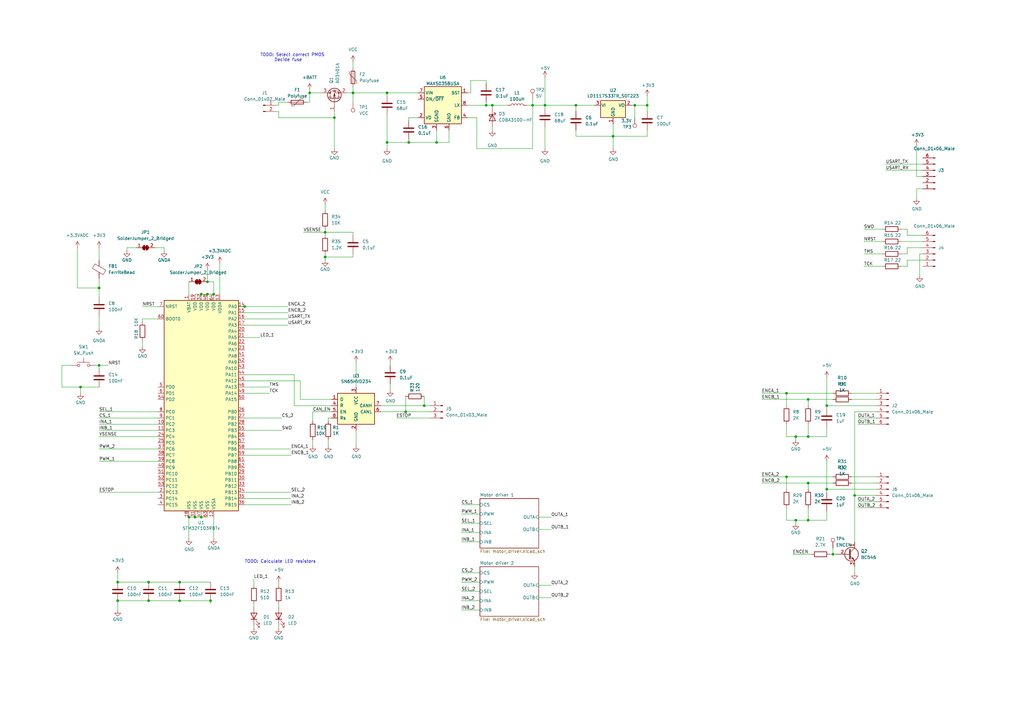
<source format=kicad_sch>
(kicad_sch (version 20211123) (generator eeschema)
  (paper "A3")
  (title_block (title "CANDrive") (rev "R1") (company "Dahlberg Technology"))
  (junction (at 85.09 115.57))
  (junction (at 144.78 38.1))
  (junction (at 80.01 212.09))
  (junction (at 48.26 238.76))
  (junction (at 331.47 163.83))
  (junction (at 339.09 200.66))
  (junction (at 133.35 105.41))
  (junction (at 265.43 43.18))
  (junction (at 331.47 179.07))
  (junction (at 77.47 212.09))
  (junction (at 350.52 203.2))
  (junction (at 223.52 43.18))
  (junction (at 166.37 168.91))
  (junction (at 260.35 43.18))
  (junction (at 326.39 179.07))
  (junction (at 218.44 43.18))
  (junction (at 158.75 38.1))
  (junction (at 331.47 213.36))
  (junction (at 60.96 238.76))
  (junction (at 167.64 58.42))
  (junction (at 133.35 95.25))
  (junction (at 85.09 120.65))
  (junction (at 322.58 161.29))
  (junction (at 322.58 195.58))
  (junction (at 173.99 166.37))
  (junction (at 199.39 43.18))
  (junction (at 73.66 246.38))
  (junction (at 33.02 158.75))
  (junction (at 60.96 246.38))
  (junction (at 179.07 58.42))
  (junction (at 201.93 43.18))
  (junction (at 331.47 198.12))
  (junction (at 339.09 166.37))
  (junction (at 82.55 212.09))
  (junction (at 326.39 213.36))
  (junction (at 86.36 246.38))
  (junction (at 251.46 55.88))
  (junction (at 158.75 58.42))
  (junction (at 100.33 125.73))
  (junction (at 236.22 43.18))
  (junction (at 127 38.1))
  (junction (at 40.64 118.11))
  (junction (at 48.26 246.38))
  (junction (at 82.55 120.65))
  (junction (at 137.16 48.26))
  (junction (at 341.63 227.33))
  (junction (at 40.64 149.86))
  (junction (at 87.63 120.65))
  (junction (at 73.66 238.76))
  (wire (pts (xy 40.64 176.53) (xy 64.77 176.53)))
  (wire (pts (xy 193.04 33.02) (xy 193.04 38.1)))
  (wire (pts (xy 85.09 120.65) (xy 87.63 120.65)))
  (wire (pts (xy 349.25 161.29) (xy 359.41 161.29)))
  (wire (pts (xy 189.23 218.44) (xy 196.85 218.44)))
  (wire (pts (xy 133.35 104.14) (xy 133.35 105.41)))
  (wire (pts (xy 133.35 105.41) (xy 133.35 106.68)))
  (wire (pts (xy 144.78 105.41) (xy 133.35 105.41)))
  (wire (pts (xy 40.64 118.11) (xy 40.64 121.92)))
  (wire (pts (xy 100.33 128.27) (xy 118.11 128.27)))
  (wire (pts (xy 251.46 60.96) (xy 251.46 55.88)))
  (wire (pts (xy 40.64 114.3) (xy 40.64 118.11)))
  (wire (pts (xy 312.42 161.29) (xy 322.58 161.29)))
  (wire (pts (xy 349.25 195.58) (xy 359.41 195.58)))
  (wire (pts (xy 199.39 34.29) (xy 199.39 33.02)))
  (wire (pts (xy 48.26 246.38) (xy 60.96 246.38)))
  (wire (pts (xy 125.73 41.91) (xy 127 41.91)))
  (wire (pts (xy 189.23 210.82) (xy 196.85 210.82)))
  (wire (pts (xy 144.78 25.4) (xy 144.78 27.94)))
  (wire (pts (xy 160.02 157.48) (xy 160.02 160.02)))
  (wire (pts (xy 339.09 166.37) (xy 339.09 167.64)))
  (wire (pts (xy 372.11 101.6) (xy 372.11 104.14)))
  (wire (pts (xy 378.46 101.6) (xy 372.11 101.6)))
  (wire (pts (xy 260.35 43.18) (xy 265.43 43.18)))
  (wire (pts (xy 100.33 201.93) (xy 119.38 201.93)))
  (wire (pts (xy 189.23 250.19) (xy 196.85 250.19)))
  (wire (pts (xy 265.43 53.34) (xy 265.43 55.88)))
  (wire (pts (xy 350.52 232.41) (xy 350.52 234.95)))
  (wire (pts (xy 341.63 161.29) (xy 322.58 161.29)))
  (wire (pts (xy 167.64 58.42) (xy 179.07 58.42)))
  (wire (pts (xy 349.25 163.83) (xy 359.41 163.83)))
  (wire (pts (xy 322.58 161.29) (xy 322.58 166.37)))
  (wire (pts (xy 114.3 41.91) (xy 118.11 41.91)))
  (wire (pts (xy 331.47 213.36) (xy 326.39 213.36)))
  (wire (pts (xy 48.26 234.95) (xy 48.26 238.76)))
  (wire (pts (xy 80.01 212.09) (xy 82.55 212.09)))
  (wire (pts (xy 104.14 237.49) (xy 104.14 240.03)))
  (wire (pts (xy 349.25 198.12) (xy 359.41 198.12)))
  (wire (pts (xy 236.22 53.34) (xy 236.22 55.88)))
  (wire (pts (xy 325.12 227.33) (xy 332.74 227.33)))
  (wire (pts (xy 375.92 77.47) (xy 375.92 81.28)))
  (wire (pts (xy 201.93 43.18) (xy 201.93 44.45)))
  (wire (pts (xy 372.11 106.68) (xy 372.11 109.22)))
  (wire (pts (xy 312.42 198.12) (xy 331.47 198.12)))
  (wire (pts (xy 363.22 69.85) (xy 378.46 69.85)))
  (wire (pts (xy 48.26 246.38) (xy 48.26 250.19)))
  (wire (pts (xy 158.75 38.1) (xy 158.75 39.37)))
  (wire (pts (xy 215.9 43.18) (xy 218.44 43.18)))
  (wire (pts (xy 369.57 109.22) (xy 372.11 109.22)))
  (wire (pts (xy 127 36.83) (xy 127 38.1)))
  (wire (pts (xy 40.64 129.54) (xy 40.64 134.62)))
  (wire (pts (xy 67.31 102.87) (xy 67.31 101.6)))
  (wire (pts (xy 120.65 153.67) (xy 100.33 153.67)))
  (wire (pts (xy 146.05 148.59) (xy 146.05 158.75)))
  (wire (pts (xy 265.43 43.18) (xy 265.43 39.37)))
  (wire (pts (xy 100.33 171.45) (xy 115.57 171.45)))
  (wire (pts (xy 191.77 43.18) (xy 199.39 43.18)))
  (wire (pts (xy 40.64 101.6) (xy 40.64 106.68)))
  (wire (pts (xy 236.22 55.88) (xy 251.46 55.88)))
  (wire (pts (xy 100.33 161.29) (xy 110.49 161.29)))
  (wire (pts (xy 259.08 43.18) (xy 260.35 43.18)))
  (wire (pts (xy 354.33 109.22) (xy 361.95 109.22)))
  (wire (pts (xy 265.43 43.18) (xy 265.43 45.72)))
  (wire (pts (xy 58.42 130.81) (xy 58.42 132.08)))
  (wire (pts (xy 189.23 222.25) (xy 196.85 222.25)))
  (wire (pts (xy 166.37 162.56) (xy 166.37 168.91)))
  (wire (pts (xy 223.52 43.18) (xy 223.52 44.45)))
  (wire (pts (xy 82.55 120.65) (xy 85.09 120.65)))
  (wire (pts (xy 339.09 200.66) (xy 339.09 201.93)))
  (wire (pts (xy 189.23 234.95) (xy 196.85 234.95)))
  (wire (pts (xy 100.33 130.81) (xy 118.11 130.81)))
  (wire (pts (xy 341.63 198.12) (xy 331.47 198.12)))
  (wire (pts (xy 128.27 180.34) (xy 128.27 182.88)))
  (wire (pts (xy 326.39 213.36) (xy 326.39 214.63)))
  (wire (pts (xy 339.09 209.55) (xy 339.09 213.36)))
  (wire (pts (xy 223.52 52.07) (xy 223.52 60.96)))
  (wire (pts (xy 218.44 40.64) (xy 218.44 43.18)))
  (wire (pts (xy 189.23 242.57) (xy 196.85 242.57)))
  (wire (pts (xy 90.17 107.95) (xy 90.17 120.65)))
  (wire (pts (xy 341.63 195.58) (xy 322.58 195.58)))
  (wire (pts (xy 191.77 38.1) (xy 193.04 38.1)))
  (wire (pts (xy 40.64 201.93) (xy 64.77 201.93)))
  (wire (pts (xy 351.79 205.74) (xy 359.41 205.74)))
  (wire (pts (xy 82.55 212.09) (xy 85.09 212.09)))
  (wire (pts (xy 171.45 48.26) (xy 167.64 48.26)))
  (wire (pts (xy 201.93 43.18) (xy 208.28 43.18)))
  (wire (pts (xy 77.47 115.57) (xy 77.47 120.65)))
  (wire (pts (xy 173.99 166.37) (xy 176.53 166.37)))
  (wire (pts (xy 33.02 158.75) (xy 40.64 158.75)))
  (wire (pts (xy 104.14 256.54) (xy 104.14 257.81)))
  (wire (pts (xy 195.58 48.26) (xy 195.58 60.96)))
  (wire (pts (xy 135.89 163.83) (xy 123.19 163.83)))
  (wire (pts (xy 40.64 149.86) (xy 44.45 149.86)))
  (wire (pts (xy 114.3 43.18) (xy 114.3 41.91)))
  (wire (pts (xy 135.89 171.45) (xy 134.62 171.45)))
  (wire (pts (xy 199.39 41.91) (xy 199.39 43.18)))
  (wire (pts (xy 73.66 246.38) (xy 86.36 246.38)))
  (wire (pts (xy 156.21 168.91) (xy 166.37 168.91)))
  (wire (pts (xy 372.11 96.52) (xy 372.11 93.98)))
  (wire (pts (xy 199.39 43.18) (xy 201.93 43.18)))
  (wire (pts (xy 341.63 224.79) (xy 341.63 227.33)))
  (wire (pts (xy 31.75 118.11) (xy 40.64 118.11)))
  (wire (pts (xy 58.42 139.7) (xy 58.42 142.24)))
  (wire (pts (xy 236.22 43.18) (xy 243.84 43.18)))
  (wire (pts (xy 331.47 173.99) (xy 331.47 179.07)))
  (wire (pts (xy 100.33 125.73) (xy 118.11 125.73)))
  (wire (pts (xy 123.19 156.21) (xy 100.33 156.21)))
  (wire (pts (xy 223.52 31.75) (xy 223.52 43.18)))
  (wire (pts (xy 173.99 162.56) (xy 173.99 166.37)))
  (wire (pts (xy 137.16 45.72) (xy 137.16 48.26)))
  (wire (pts (xy 378.46 77.47) (xy 375.92 77.47)))
  (wire (pts (xy 133.35 93.98) (xy 133.35 95.25)))
  (wire (pts (xy 220.98 240.03) (xy 226.06 240.03)))
  (wire (pts (xy 128.27 168.91) (xy 135.89 168.91)))
  (wire (pts (xy 73.66 238.76) (xy 86.36 238.76)))
  (wire (pts (xy 339.09 213.36) (xy 331.47 213.36)))
  (wire (pts (xy 359.41 168.91) (xy 350.52 168.91)))
  (wire (pts (xy 144.78 38.1) (xy 144.78 41.91)))
  (wire (pts (xy 341.63 227.33) (xy 340.36 227.33)))
  (wire (pts (xy 236.22 43.18) (xy 236.22 45.72)))
  (wire (pts (xy 127 41.91) (xy 127 38.1)))
  (wire (pts (xy 260.35 43.18) (xy 260.35 48.26)))
  (wire (pts (xy 363.22 67.31) (xy 378.46 67.31)))
  (wire (pts (xy 134.62 171.45) (xy 134.62 172.72)))
  (wire (pts (xy 158.75 38.1) (xy 171.45 38.1)))
  (wire (pts (xy 265.43 55.88) (xy 251.46 55.88)))
  (wire (pts (xy 378.46 96.52) (xy 372.11 96.52)))
  (wire (pts (xy 189.23 238.76) (xy 196.85 238.76)))
  (wire (pts (xy 85.09 115.57) (xy 87.63 115.57)))
  (wire (pts (xy 52.07 102.87) (xy 52.07 101.6)))
  (wire (pts (xy 378.46 106.68) (xy 372.11 106.68)))
  (wire (pts (xy 326.39 179.07) (xy 326.39 180.34)))
  (wire (pts (xy 97.79 123.19) (xy 97.79 125.73)))
  (wire (pts (xy 331.47 179.07) (xy 326.39 179.07)))
  (wire (pts (xy 167.64 57.15) (xy 167.64 58.42)))
  (wire (pts (xy 120.65 166.37) (xy 120.65 153.67)))
  (wire (pts (xy 166.37 168.91) (xy 176.53 168.91)))
  (wire (pts (xy 359.41 200.66) (xy 339.09 200.66)))
  (wire (pts (xy 144.78 38.1) (xy 158.75 38.1)))
  (wire (pts (xy 29.21 149.86) (xy 25.4 149.86)))
  (wire (pts (xy 191.77 48.26) (xy 195.58 48.26)))
  (wire (pts (xy 189.23 214.63) (xy 196.85 214.63)))
  (wire (pts (xy 351.79 208.28) (xy 359.41 208.28)))
  (wire (pts (xy 25.4 158.75) (xy 33.02 158.75)))
  (wire (pts (xy 351.79 171.45) (xy 359.41 171.45)))
  (wire (pts (xy 80.01 120.65) (xy 82.55 120.65)))
  (wire (pts (xy 33.02 158.75) (xy 33.02 161.29)))
  (wire (pts (xy 85.09 110.49) (xy 85.09 115.57)))
  (wire (pts (xy 100.33 176.53) (xy 115.57 176.53)))
  (wire (pts (xy 322.58 208.28) (xy 322.58 213.36)))
  (wire (pts (xy 372.11 93.98) (xy 369.57 93.98)))
  (wire (pts (xy 114.3 256.54) (xy 114.3 257.81)))
  (wire (pts (xy 144.78 35.56) (xy 144.78 38.1)))
  (wire (pts (xy 322.58 173.99) (xy 322.58 179.07)))
  (wire (pts (xy 158.75 46.99) (xy 158.75 58.42)))
  (wire (pts (xy 133.35 83.82) (xy 133.35 86.36)))
  (wire (pts (xy 113.03 45.72) (xy 114.3 45.72)))
  (wire (pts (xy 100.33 207.01) (xy 119.38 207.01)))
  (wire (pts (xy 179.07 53.34) (xy 179.07 58.42)))
  (wire (pts (xy 312.42 163.83) (xy 331.47 163.83)))
  (wire (pts (xy 64.77 130.81) (xy 58.42 130.81)))
  (wire (pts (xy 100.33 204.47) (xy 119.38 204.47)))
  (wire (pts (xy 114.3 48.26) (xy 137.16 48.26)))
  (wire (pts (xy 341.63 163.83) (xy 331.47 163.83)))
  (wire (pts (xy 167.64 48.26) (xy 167.64 49.53)))
  (wire (pts (xy 135.89 166.37) (xy 120.65 166.37)))
  (wire (pts (xy 223.52 43.18) (xy 236.22 43.18)))
  (wire (pts (xy 158.75 58.42) (xy 167.64 58.42)))
  (wire (pts (xy 31.75 101.6) (xy 31.75 118.11)))
  (wire (pts (xy 160.02 148.59) (xy 160.02 149.86)))
  (wire (pts (xy 123.19 163.83) (xy 123.19 156.21)))
  (wire (pts (xy 156.21 166.37) (xy 173.99 166.37)))
  (wire (pts (xy 350.52 168.91) (xy 350.52 203.2)))
  (wire (pts (xy 114.3 45.72) (xy 114.3 48.26)))
  (wire (pts (xy 40.64 173.99) (xy 64.77 173.99)))
  (wire (pts (xy 189.23 246.38) (xy 196.85 246.38)))
  (wire (pts (xy 127 38.1) (xy 132.08 38.1)))
  (wire (pts (xy 77.47 212.09) (xy 80.01 212.09)))
  (wire (pts (xy 114.3 247.65) (xy 114.3 248.92)))
  (wire (pts (xy 137.16 48.26) (xy 137.16 60.96)))
  (wire (pts (xy 104.14 247.65) (xy 104.14 248.92)))
  (wire (pts (xy 40.64 179.07) (xy 64.77 179.07)))
  (wire (pts (xy 144.78 96.52) (xy 144.78 95.25)))
  (wire (pts (xy 331.47 198.12) (xy 331.47 200.66)))
  (wire (pts (xy 339.09 166.37) (xy 339.09 154.94)))
  (wire (pts (xy 67.31 101.6) (xy 63.5 101.6)))
  (wire (pts (xy 133.35 95.25) (xy 133.35 96.52)))
  (wire (pts (xy 372.11 104.14) (xy 369.57 104.14)))
  (wire (pts (xy 220.98 245.11) (xy 226.06 245.11)))
  (wire (pts (xy 184.15 53.34) (xy 184.15 58.42)))
  (wire (pts (xy 128.27 168.91) (xy 128.27 172.72)))
  (wire (pts (xy 52.07 101.6) (xy 55.88 101.6)))
  (wire (pts (xy 339.09 175.26) (xy 339.09 179.07)))
  (wire (pts (xy 377.19 104.14) (xy 377.19 113.03)))
  (wire (pts (xy 40.64 184.15) (xy 64.77 184.15)))
  (wire (pts (xy 359.41 203.2) (xy 350.52 203.2)))
  (wire (pts (xy 201.93 52.07) (xy 201.93 53.34)))
  (wire (pts (xy 77.47 212.09) (xy 77.47 220.98)))
  (wire (pts (xy 134.62 182.88) (xy 134.62 180.34)))
  (wire (pts (xy 312.42 195.58) (xy 322.58 195.58)))
  (wire (pts (xy 354.33 104.14) (xy 361.95 104.14)))
  (wire (pts (xy 195.58 60.96) (xy 218.44 60.96)))
  (wire (pts (xy 133.35 95.25) (xy 144.78 95.25)))
  (wire (pts (xy 322.58 195.58) (xy 322.58 200.66)))
  (wire (pts (xy 375.92 72.39) (xy 375.92 59.69)))
  (wire (pts (xy 339.09 179.07) (xy 331.47 179.07)))
  (wire (pts (xy 342.9 227.33) (xy 341.63 227.33)))
  (wire (pts (xy 322.58 213.36) (xy 326.39 213.36)))
  (wire (pts (xy 40.64 171.45) (xy 64.77 171.45)))
  (wire (pts (xy 199.39 33.02) (xy 193.04 33.02)))
  (wire (pts (xy 146.05 182.88) (xy 146.05 176.53)))
  (wire (pts (xy 100.33 186.69) (xy 119.38 186.69)))
  (wire (pts (xy 100.33 133.35) (xy 118.11 133.35)))
  (wire (pts (xy 350.52 203.2) (xy 350.52 222.25)))
  (wire (pts (xy 113.03 43.18) (xy 114.3 43.18)))
  (wire (pts (xy 97.79 125.73) (xy 100.33 125.73)))
  (wire (pts (xy 331.47 208.28) (xy 331.47 213.36)))
  (wire (pts (xy 179.07 58.42) (xy 184.15 58.42)))
  (wire (pts (xy 124.46 95.25) (xy 133.35 95.25)))
  (wire (pts (xy 354.33 99.06) (xy 361.95 99.06)))
  (wire (pts (xy 359.41 166.37) (xy 339.09 166.37)))
  (wire (pts (xy 142.24 38.1) (xy 144.78 38.1)))
  (wire (pts (xy 48.26 238.76) (xy 60.96 238.76)))
  (wire (pts (xy 354.33 93.98) (xy 361.95 93.98)))
  (wire (pts (xy 40.64 149.86) (xy 40.64 151.13)))
  (wire (pts (xy 100.33 138.43) (xy 106.68 138.43)))
  (wire (pts (xy 378.46 72.39) (xy 375.92 72.39)))
  (wire (pts (xy 100.33 184.15) (xy 119.38 184.15)))
  (wire (pts (xy 114.3 238.76) (xy 114.3 240.03)))
  (wire (pts (xy 162.56 171.45) (xy 176.53 171.45)))
  (wire (pts (xy 87.63 115.57) (xy 87.63 120.65)))
  (wire (pts (xy 251.46 55.88) (xy 251.46 50.8)))
  (wire (pts (xy 220.98 212.09) (xy 226.06 212.09)))
  (wire (pts (xy 322.58 179.07) (xy 326.39 179.07)))
  (wire (pts (xy 100.33 158.75) (xy 110.49 158.75)))
  (wire (pts (xy 339.09 200.66) (xy 339.09 189.23)))
  (wire (pts (xy 218.44 60.96) (xy 218.44 43.18)))
  (wire (pts (xy 39.37 149.86) (xy 40.64 149.86)))
  (wire (pts (xy 40.64 189.23) (xy 64.77 189.23)))
  (wire (pts (xy 218.44 43.18) (xy 223.52 43.18)))
  (wire (pts (xy 189.23 207.01) (xy 196.85 207.01)))
  (wire (pts (xy 158.75 58.42) (xy 158.75 60.96)))
  (wire (pts (xy 369.57 99.06) (xy 378.46 99.06)))
  (wire (pts (xy 351.79 173.99) (xy 359.41 173.99)))
  (wire (pts (xy 86.36 246.38) (xy 86.36 247.65)))
  (wire (pts (xy 58.42 125.73) (xy 64.77 125.73)))
  (wire (pts (xy 220.98 217.17) (xy 226.06 217.17)))
  (wire (pts (xy 378.46 104.14) (xy 377.19 104.14)))
  (wire (pts (xy 60.96 246.38) (xy 73.66 246.38)))
  (wire (pts (xy 25.4 149.86) (xy 25.4 158.75)))
  (wire (pts (xy 331.47 163.83) (xy 331.47 166.37)))
  (wire (pts (xy 87.63 212.09) (xy 87.63 220.98)))
  (wire (pts (xy 40.64 168.91) (xy 64.77 168.91)))
  (wire (pts (xy 144.78 104.14) (xy 144.78 105.41)))
  (wire (pts (xy 60.96 238.76) (xy 73.66 238.76)))
  (text "TODO: Calculate LED resistors" (at 100.33 231.14 0) (effects (font (size 1.27 1.27)) (justify left bottom)))
  (text "TODO: Select correct PMOS\n      Decide fuse" (at 106.68 25.4 0) (effects (font (size 1.27 1.27)) (justify left bottom)))
  (label "OUTA_1" (at 351.79 171.45 0))
  (label "INB_2" (at 119.38 207.01 0))
  (label "ENCEN" (at 325.12 227.33 0))
  (label "ENCB_2" (at 118.11 128.27 0))
  (label "PWM_2" (at 40.64 184.15 0))
  (label "OUTA_1" (at 226.06 212.09 0))
  (label "LED_1" (at 106.68 138.43 0))
  (label "NRST" (at 354.33 99.06 0))
  (label "CS_1" (at 40.64 171.45 0))
  (label "VSENSE" (at 124.46 95.25 0))
  (label "LED_1" (at 104.14 237.49 0))
  (label "CAN_EN" (at 128.27 168.91 0))
  (label "PWM_1" (at 189.23 210.82 0))
  (label "TMS" (at 354.33 104.14 0))
  (label "INB_2" (at 189.23 250.19 0))
  (label "OUTB_1" (at 226.06 217.17 0))
  (label "SEL_2" (at 189.23 242.57 0))
  (label "USART_TX" (at 363.22 67.31 0))
  (label "CS_1" (at 189.23 207.01 0))
  (label "INA_2" (at 119.38 204.47 0))
  (label "TCK" (at 354.33 109.22 0))
  (label "SEL_2" (at 119.38 201.93 0))
  (label "CS_2" (at 115.57 171.45 0))
  (label "PWM_1" (at 40.64 189.23 0))
  (label "NRST" (at 58.42 125.73 0))
  (label "ESTOP" (at 162.56 171.45 0))
  (label "PWM_2" (at 189.23 238.76 0))
  (label "ENCB_1" (at 312.42 163.83 0))
  (label "INB_1" (at 40.64 176.53 0))
  (label "SWO" (at 115.57 176.53 0))
  (label "OUTA_2" (at 226.06 240.03 0))
  (label "OUTB_1" (at 351.79 173.99 0))
  (label "USART_RX" (at 118.11 133.35 0))
  (label "SWO" (at 354.33 93.98 0))
  (label "INA_1" (at 189.23 218.44 0))
  (label "INA_1" (at 40.64 173.99 0))
  (label "NRST" (at 44.45 149.86 0))
  (label "ENCA_2" (at 118.11 125.73 0))
  (label "CS_2" (at 189.23 234.95 0))
  (label "ENCA_1" (at 312.42 161.29 0))
  (label "ENCA_1" (at 119.38 184.15 0))
  (label "ESTOP" (at 40.64 201.93 0))
  (label "ENCB_1" (at 119.38 186.69 0))
  (label "INB_1" (at 189.23 222.25 0))
  (label "OUTB_2" (at 226.06 245.11 0))
  (label "ENCB_2" (at 312.42 198.12 0))
  (label "ENCA_2" (at 312.42 195.58 0))
  (label "VSENSE" (at 40.64 179.07 0))
  (label "OUTA_2" (at 351.79 205.74 0))
  (label "SEL_1" (at 40.64 168.91 0))
  (label "USART_TX" (at 118.11 130.81 0))
  (label "USART_RX" (at 363.22 69.85 0))
  (label "OUTB_2" (at 351.79 208.28 0))
  (label "TMS" (at 110.49 158.75 0))
  (label "TCK" (at 110.49 161.29 0))
  (label "INA_2" (at 189.23 246.38 0))
  (label "SEL_1" (at 189.23 214.63 0))
  (symbol (lib_id "Interface_CAN_LIN:SN65HVD234") (at 146.05 166.37 0) (unit 1)
    (property "Reference" "U3" (at 146.05 154.1526 0))
    (property "Value" "SN65HVD234" (at 146.05 156.464 0))
    (property "Footprint" "Package_SO:SOIC-8_3.9x4.9mm_P1.27mm" (effects hide))
    (property "Datasheet" "http://www.ti.com/lit/ds/symlink/sn65hvd234.pdf" (effects hide))
  )
  (symbol (lib_id "MCU_ST_STM32F1:STM32F103RBTx") (at 82.55 166.37 0) (unit 1)
    (property "Reference" "U1" (at 82.55 214.3506 0))
    (property "Value" "STM32F103RBTx" (at 82.55 216.662 0))
    (property "Footprint" "Package_QFP:LQFP-64_10x10mm_P0.5mm" (effects hide))
    (property "Datasheet" "http://www.st.com/st-web-ui/static/active/en/resource/technical/document/datasheet/CD00161566.pdf" (effects hide))
  )
  (symbol (lib_id "Regulator_Linear:LD1117S33TR_SOT223") (at 251.46 43.18 0) (unit 1)
    (property "Reference" "U2" (at 251.46 37.0332 0))
    (property "Value" "LD1117S33TR_SOT223" (at 251.46 39.3446 0))
    (property "Footprint" "Package_TO_SOT_SMD:SOT-223-3_TabPin2" (effects hide))
    (property "Datasheet" "http://www.st.com/st-web-ui/static/active/en/resource/technical/document/datasheet/CD00000544.pdf" (effects hide))
  )
  (symbol (lib_id "power:GND") (at 251.46 60.96 0) (unit 1)
    (property "Reference" "#PWR0101" (effects hide))
    (property "Value" "GND" (at 251.587 65.3542 0))
  )
  (symbol (lib_id "power:+3.3V") (at 265.43 39.37 0) (unit 1)
    (property "Reference" "#PWR0102" (effects hide))
    (property "Value" "+3.3V" (at 265.811 34.9758 0))
  )
  (symbol (lib_id "power:+3.3V") (at 146.05 148.59 0) (unit 1)
    (property "Reference" "#PWR0103" (effects hide))
    (property "Value" "+3.3V" (at 146.431 144.1958 0))
  )
  (symbol (lib_id "power:GND") (at 146.05 182.88 0) (unit 1)
    (property "Reference" "#PWR0104" (effects hide))
    (property "Value" "GND" (at 146.177 187.2742 0))
  )
  (symbol (lib_id "Device:R") (at 134.62 176.53 0) (unit 1)
    (property "Reference" "R1" (at 136.398 175.3616 0) (effects (justify left)))
    (property "Value" "1K" (at 136.398 177.673 0) (effects (justify left)))
    (property "Footprint" "Resistor_SMD:R_0805_2012Metric_Pad1.20x1.40mm_HandSolder" (effects hide))
  )
  (symbol (lib_id "power:GND") (at 134.62 182.88 0) (unit 1)
    (property "Reference" "#PWR0105" (effects hide))
    (property "Value" "GND" (at 134.747 187.2742 0))
  )
  (symbol (lib_id "power:GND") (at 326.39 180.34 0) (unit 1)
    (property "Reference" "#PWR0114" (effects hide))
    (property "Value" "GND" (at 326.39 184.15 0))
  )
  (symbol (lib_id "power:GNDA") (at 40.64 134.62 0) (unit 1)
    (property "Reference" "#PWR0126" (effects hide))
    (property "Value" "GNDA" (at 40.64 139.7 0))
  )
  (symbol (lib_id "power:+3.3VADC") (at 31.75 101.6 0) (unit 1)
    (property "Reference" "#PWR0127" (effects hide))
    (property "Value" "+3.3VADC" (at 31.75 96.52 0))
  )
  (symbol (lib_id "Device:R") (at 322.58 204.47 180) (unit 1)
    (property "Reference" "R29" (at 325.12 203.1999 0) (effects (justify right)))
    (property "Value" "2K" (at 325.12 205.7399 0) (effects (justify right)))
    (property "Footprint" "Resistor_SMD:R_0805_2012Metric_Pad1.20x1.40mm_HandSolder" (effects hide))
  )
  (symbol (lib_id "Device:R") (at 345.44 163.83 270) (unit 1)
    (property "Reference" "R11" (at 345.44 157.48 90))
    (property "Value" "1K" (at 345.44 160.02 90))
    (property "Footprint" "Resistor_SMD:R_0805_2012Metric_Pad1.20x1.40mm_HandSolder" (effects hide))
  )
  (symbol (lib_id "power:GND") (at 48.26 250.19 0) (unit 1)
    (property "Reference" "#PWR0135" (effects hide))
    (property "Value" "GND" (at 48.26 254 0))
  )
  (symbol (lib_id "Device:R") (at 114.3 243.84 180) (unit 1)
    (property "Reference" "R13" (at 116.84 242.5699 0) (effects (justify right)))
    (property "Value" "1k" (at 116.84 245.1099 0) (effects (justify right)))
    (property "Footprint" "Resistor_SMD:R_0805_2012Metric_Pad1.20x1.40mm_HandSolder" (effects hide))
  )
  (symbol (lib_id "power:VCC") (at 144.78 25.4 0) (unit 1)
    (property "Reference" "#PWR0145" (effects hide))
    (property "Value" "VCC" (at 144.78 20.32 0))
  )
  (symbol (lib_id "Connector:TestPoint") (at 341.63 224.79 0) (unit 1)
    (property "Reference" "TP4" (at 342.9 220.98 0) (effects (justify left)))
    (property "Value" "ENCEN" (at 342.9 223.52 0) (effects (justify left)))
    (property "Footprint" "TestPoint:TestPoint_THTPad_D1.0mm_Drill0.5mm" (effects hide))
  )
  (symbol (lib_id "power:GND") (at 326.39 214.63 0) (unit 1)
    (property "Reference" "#PWR03" (effects hide))
    (property "Value" "GND" (at 326.39 218.44 0))
  )
  (symbol (lib_id "Device:R") (at 331.47 204.47 180) (unit 1)
    (property "Reference" "R30" (at 334.01 203.1999 0) (effects (justify right)))
    (property "Value" "2K" (at 334.01 205.7399 0) (effects (justify right)))
    (property "Footprint" "Resistor_SMD:R_0805_2012Metric_Pad1.20x1.40mm_HandSolder" (effects hide))
  )
  (symbol (lib_id "power:GNDA") (at 87.63 220.98 0) (unit 1)
    (property "Reference" "#PWR0143" (effects hide))
    (property "Value" "GNDA" (at 87.63 224.79 0))
  )
  (symbol (lib_id "power:GND") (at 158.75 60.96 0) (unit 1)
    (property "Reference" "#PWR0147" (effects hide))
    (property "Value" "GND" (at 158.75 66.04 0))
  )
  (symbol (lib_id "Connector:Conn_01x03_Male") (at 181.61 168.91 0) (mirror y) (unit 1)
    (property "Reference" "J5" (at 182.88 167.6399 0) (effects (justify right)))
    (property "Value" "Conn_01x03_Male" (at 182.88 170.1799 0) (effects (justify right)))
    (property "Footprint" "Connector_PinHeader_2.54mm:PinHeader_1x03_P2.54mm_Horizontal" (effects hide))
  )
  (symbol (lib_id "Jumper:SolderJumper_2_Bridged") (at 59.69 101.6 0) (unit 1)
    (property "Reference" "JP1" (at 59.69 95.25 0))
    (property "Value" "SolderJumper_2_Bridged" (at 59.69 97.79 0))
    (property "Footprint" "Jumper:SolderJumper-2_P1.3mm_Open_TrianglePad1.0x1.5mm" (effects hide))
  )
  (symbol (lib_id "Connector:Conn_01x06_Male") (at 364.49 166.37 0) (mirror y) (unit 1)
    (property "Reference" "J2" (at 365.76 166.3699 0) (effects (justify right)))
    (property "Value" "Conn_01x06_Male" (at 365.76 168.9099 0) (effects (justify right)))
    (property "Footprint" "Connector_PinHeader_2.54mm:PinHeader_1x06_P2.54mm_Horizontal" (effects hide))
  )
  (symbol (lib_id "Device:C") (at 40.64 125.73 0) (unit 1)
    (property "Reference" "C8" (at 44.45 124.4599 0) (effects (justify left)))
    (property "Value" "100nF" (at 44.45 126.9999 0) (effects (justify left)))
    (property "Footprint" "Capacitor_SMD:C_0805_2012Metric_Pad1.18x1.45mm_HandSolder" (effects hide))
  )
  (symbol (lib_id "Device:C") (at 339.09 205.74 0) (unit 1)
    (property "Reference" "C20" (at 342.9 204.4699 0) (effects (justify left)))
    (property "Value" "1uF" (at 342.9 207.0099 0) (effects (justify left)))
    (property "Footprint" "Capacitor_SMD:C_0805_2012Metric_Pad1.18x1.45mm_HandSolder" (effects hide))
  )
  (symbol (lib_id "Connector:Conn_01x06_Male") (at 364.49 200.66 0) (mirror y) (unit 1)
    (property "Reference" "J6" (at 365.76 200.6599 0) (effects (justify right)))
    (property "Value" "Conn_01x06_Male" (at 365.76 203.1999 0) (effects (justify right)))
    (property "Footprint" "Connector_PinHeader_2.54mm:PinHeader_1x06_P2.54mm_Horizontal" (effects hide))
  )
  (symbol (lib_id "power:+3.3V") (at 40.64 101.6 0) (unit 1)
    (property "Reference" "#PWR0128" (effects hide))
    (property "Value" "+3.3V" (at 40.64 96.52 0))
  )
  (symbol (lib_id "power:GND") (at 137.16 60.96 0) (unit 1)
    (property "Reference" "#PWR0142" (effects hide))
    (property "Value" "GND" (at 137.16 64.77 0))
  )
  (symbol (lib_id "Device:C") (at 73.66 242.57 0) (unit 1)
    (property "Reference" "C12" (at 77.47 241.2999 0) (effects (justify left)))
    (property "Value" "100nF" (at 77.47 243.8399 0) (effects (justify left)))
    (property "Footprint" "Capacitor_SMD:C_0805_2012Metric_Pad1.18x1.45mm_HandSolder" (effects hide))
  )
  (symbol (lib_id "Device:R") (at 336.55 227.33 270) (unit 1)
    (property "Reference" "R21" (at 336.55 220.98 90))
    (property "Value" "2.7K" (at 336.55 223.52 90))
    (property "Footprint" "Resistor_SMD:R_0805_2012Metric_Pad1.20x1.40mm_HandSolder" (effects hide))
  )
  (symbol (lib_id "power:GND") (at 201.93 53.34 0) (unit 1)
    (property "Reference" "#PWR0149" (effects hide))
    (property "Value" "GND" (at 201.93 59.69 0))
  )
  (symbol (lib_id "Device:R") (at 128.27 176.53 0) (unit 1)
    (property "Reference" "R19" (at 130.048 175.3616 0) (effects (justify left)))
    (property "Value" "10K" (at 129.54 177.8 0) (effects (justify left)))
    (property "Footprint" "Resistor_SMD:R_0805_2012Metric_Pad1.20x1.40mm_HandSolder" (effects hide))
  )
  (symbol (lib_id "power:GND") (at 128.27 182.88 0) (unit 1)
    (property "Reference" "#PWR0146" (effects hide))
    (property "Value" "GND" (at 128.397 187.2742 0))
  )
  (symbol (lib_id "Device:R") (at 322.58 170.18 180) (unit 1)
    (property "Reference" "R8" (at 325.12 168.9099 0) (effects (justify right)))
    (property "Value" "2K" (at 325.12 171.4499 0) (effects (justify right)))
    (property "Footprint" "Resistor_SMD:R_0805_2012Metric_Pad1.20x1.40mm_HandSolder" (effects hide))
  )
  (symbol (lib_id "Connector:TestPoint") (at 218.44 40.64 0) (unit 1)
    (property "Reference" "TP2" (at 219.71 36.83 0) (effects (justify left)))
    (property "Value" "5V" (at 219.71 39.37 0) (effects (justify left)))
    (property "Footprint" "TestPoint:TestPoint_THTPad_D1.0mm_Drill0.5mm" (effects hide))
  )
  (symbol (lib_id "Device:C") (at 144.78 100.33 0) (unit 1)
    (property "Reference" "C5" (at 148.59 99.0599 0) (effects (justify left)))
    (property "Value" "0.1uF" (at 148.59 101.5999 0) (effects (justify left)))
    (property "Footprint" "Capacitor_SMD:C_0805_2012Metric_Pad1.18x1.45mm_HandSolder" (effects hide))
  )
  (symbol (lib_id "Transistor_BJT:BC546") (at 347.98 227.33 0) (unit 1)
    (property "Reference" "Q2" (at 353.06 226.0599 0) (effects (justify left)))
    (property "Value" "BC546" (at 353.06 228.5999 0) (effects (justify left)))
    (property "Footprint" "Package_TO_SOT_THT:TO-92_Inline" (effects hide))
    (property "Datasheet" "https://www.onsemi.com/pub/Collateral/BC550-D.pdf" (effects hide))
  )
  (symbol (lib_id "Device:LED") (at 104.14 252.73 90) (unit 1)
    (property "Reference" "D1" (at 107.95 253.0474 90) (effects (justify right)))
    (property "Value" "LED" (at 107.95 255.5874 90) (effects (justify right)))
    (property "Footprint" "LED_SMD:LED_0805_2012Metric_Pad1.15x1.40mm_HandSolder" (effects hide))
  )
  (symbol (lib_id "Device:Polyfuse") (at 144.78 31.75 180) (unit 1)
    (property "Reference" "F2" (at 147.32 30.4799 0) (effects (justify right)))
    (property "Value" "Polyfuse" (at 147.32 33.0199 0) (effects (justify right)))
    (property "Footprint" "Fuse:Fuse_Bourns_MF-RHT300" (effects hide))
  )
  (symbol (lib_id "Device:C") (at 339.09 171.45 0) (unit 1)
    (property "Reference" "C19" (at 342.9 170.1799 0) (effects (justify left)))
    (property "Value" "1uF" (at 342.9 172.7199 0) (effects (justify left)))
    (property "Footprint" "Capacitor_SMD:C_0805_2012Metric_Pad1.18x1.45mm_HandSolder" (effects hide))
  )
  (symbol (lib_id "Device:C") (at 199.39 38.1 0) (unit 1)
    (property "Reference" "C17" (at 203.2 36.8299 0) (effects (justify left)))
    (property "Value" "0.1uF" (at 203.2 39.3699 0) (effects (justify left)))
    (property "Footprint" "Capacitor_SMD:C_0805_2012Metric_Pad1.18x1.45mm_HandSolder" (effects hide))
  )
  (symbol (lib_id "Device:L") (at 212.09 43.18 90) (unit 1)
    (property "Reference" "L1" (at 212.09 38.1 90))
    (property "Value" "100uH" (at 212.09 40.64 90))
    (property "Footprint" "Inductor_SMD:L_0805_2012Metric_Pad1.05x1.20mm_HandSolder" (effects hide))
  )
  (symbol (lib_id "Device:C") (at 167.64 53.34 0) (unit 1)
    (property "Reference" "C16" (at 171.45 52.0699 0) (effects (justify left)))
    (property "Value" "0.1uF" (at 171.45 54.6099 0) (effects (justify left)))
    (property "Footprint" "Capacitor_SMD:C_0805_2012Metric_Pad1.18x1.45mm_HandSolder" (effects hide))
  )
  (symbol (lib_id "Device:C") (at 236.22 49.53 0) (unit 1)
    (property "Reference" "C6" (at 240.03 48.2599 0) (effects (justify left)))
    (property "Value" "0.1uF" (at 240.03 50.7999 0) (effects (justify left)))
    (property "Footprint" "Capacitor_SMD:C_0805_2012Metric_Pad1.18x1.45mm_HandSolder" (effects hide))
  )
  (symbol (lib_id "Device:C") (at 86.36 242.57 0) (unit 1)
    (property "Reference" "C13" (at 90.17 241.2999 0) (effects (justify left)))
    (property "Value" "100nF" (at 90.17 243.8399 0) (effects (justify left)))
    (property "Footprint" "Capacitor_SMD:C_0805_2012Metric_Pad1.18x1.45mm_HandSolder" (effects hide))
  )
  (symbol (lib_id "Device:R") (at 345.44 198.12 270) (unit 1)
    (property "Reference" "R32" (at 345.44 191.77 90))
    (property "Value" "1K" (at 345.44 194.31 90))
    (property "Footprint" "Resistor_SMD:R_0805_2012Metric_Pad1.20x1.40mm_HandSolder" (effects hide))
  )
  (symbol (lib_id "Connector:TestPoint") (at 260.35 48.26 180) (unit 1)
    (property "Reference" "TP3" (at 259.08 52.07 0) (effects (justify left)))
    (property "Value" "3.3V" (at 259.08 49.53 0) (effects (justify left)))
    (property "Footprint" "TestPoint:TestPoint_THTPad_D1.0mm_Drill0.5mm" (effects hide))
  )
  (symbol (lib_id "Device:R") (at 331.47 170.18 180) (unit 1)
    (property "Reference" "R9" (at 334.01 168.9099 0) (effects (justify right)))
    (property "Value" "2K" (at 334.01 171.4499 0) (effects (justify right)))
    (property "Footprint" "Resistor_SMD:R_0805_2012Metric_Pad1.20x1.40mm_HandSolder" (effects hide))
  )
  (symbol (lib_id "Device:R") (at 345.44 195.58 270) (unit 1)
    (property "Reference" "R31" (at 345.44 189.23 90))
    (property "Value" "1K" (at 345.44 191.77 90))
    (property "Footprint" "Resistor_SMD:R_0805_2012Metric_Pad1.20x1.40mm_HandSolder" (effects hide))
  )
  (symbol (lib_id "Device:LED") (at 114.3 252.73 90) (unit 1)
    (property "Reference" "D2" (at 118.11 253.0474 90) (effects (justify right)))
    (property "Value" "LED" (at 118.11 255.5874 90) (effects (justify right)))
    (property "Footprint" "LED_SMD:LED_0805_2012Metric_Pad1.15x1.40mm_HandSolder" (effects hide))
  )
  (symbol (lib_id "power:+3.3VADC") (at 90.17 107.95 0) (unit 1)
    (property "Reference" "#PWR0129" (effects hide))
    (property "Value" "+3.3VADC" (at 90.17 102.87 0))
  )
  (symbol (lib_id "Device:C") (at 158.75 43.18 0) (unit 1)
    (property "Reference" "C15" (at 162.56 41.9099 0) (effects (justify left)))
    (property "Value" "68uF" (at 162.56 44.4499 0) (effects (justify left)))
    (property "Footprint" "Capacitor_SMD:C_0805_2012Metric_Pad1.18x1.45mm_HandSolder" (effects hide))
  )
  (symbol (lib_id "power:+BATT") (at 127 36.83 0) (unit 1)
    (property "Reference" "#PWR0141" (effects hide))
    (property "Value" "+BATT" (at 127 31.75 0))
  )
  (symbol (lib_id "Connector:Conn_01x06_Male") (at 383.54 104.14 180) (unit 1)
    (property "Reference" "J4" (at 384.81 101.5999 0) (effects (justify right)))
    (property "Value" "Conn_01x06_Male" (at 374.65 92.71 0) (effects (justify right)))
    (property "Footprint" "Connector_PinHeader_2.54mm:PinHeader_1x06_P2.54mm_Vertical" (effects hide))
  )
  (symbol (lib_id "power:GNDA") (at 67.31 102.87 0) (unit 1)
    (property "Reference" "#PWR0130" (effects hide))
    (property "Value" "GNDA" (at 67.31 106.68 0))
  )
  (symbol (lib_id "Device:R") (at 104.14 243.84 180) (unit 1)
    (property "Reference" "R12" (at 106.68 242.5699 0) (effects (justify right)))
    (property "Value" "510" (at 106.68 245.1099 0) (effects (justify right)))
    (property "Footprint" "Resistor_SMD:R_0805_2012Metric_Pad1.20x1.40mm_HandSolder" (effects hide))
  )
  (symbol (lib_id "Device:C") (at 223.52 48.26 0) (unit 1)
    (property "Reference" "C18" (at 227.33 46.9899 0) (effects (justify left)))
    (property "Value" "68uF" (at 227.33 49.5299 0) (effects (justify left)))
    (property "Footprint" "Capacitor_SMD:C_0805_2012Metric_Pad1.18x1.45mm_HandSolder" (effects hide))
  )
  (symbol (lib_id "Switch:SW_Push") (at 34.29 149.86 0) (unit 1)
    (property "Reference" "SW1" (at 34.29 142.24 0))
    (property "Value" "SW_Push" (at 34.29 144.78 0))
    (property "Footprint" "Button_Switch_SMD:SW_Push_1P1T_NO_CK_KSC6xxJ" (effects hide))
  )
  (symbol (lib_id "Device:C") (at 60.96 242.57 0) (unit 1)
    (property "Reference" "C11" (at 64.77 241.2999 0) (effects (justify left)))
    (property "Value" "100nF" (at 64.77 243.8399 0) (effects (justify left)))
    (property "Footprint" "Capacitor_SMD:C_0805_2012Metric_Pad1.18x1.45mm_HandSolder" (effects hide))
  )
  (symbol (lib_id "Device:R") (at 133.35 100.33 180) (unit 1)
    (property "Reference" "R35" (at 135.89 99.0599 0) (effects (justify right)))
    (property "Value" "1.2K" (at 135.89 101.5999 0) (effects (justify right)))
    (property "Footprint" "Resistor_SMD:R_0805_2012Metric_Pad1.20x1.40mm_HandSolder" (effects hide))
  )
  (symbol (lib_id "power:GND") (at 223.52 60.96 0) (unit 1)
    (property "Reference" "#PWR0150" (effects hide))
    (property "Value" "GND" (at 223.52 66.04 0))
  )
  (symbol (lib_id "Device:R") (at 345.44 161.29 270) (unit 1)
    (property "Reference" "R10" (at 345.44 154.94 90))
    (property "Value" "1K" (at 345.44 157.48 90))
    (property "Footprint" "Resistor_SMD:R_0805_2012Metric_Pad1.20x1.40mm_HandSolder" (effects hide))
  )
  (symbol (lib_id "Device:C") (at 40.64 154.94 0) (unit 1)
    (property "Reference" "C14" (at 44.45 153.6699 0) (effects (justify left)))
    (property "Value" "100nF" (at 44.45 156.2099 0) (effects (justify left)))
    (property "Footprint" "Capacitor_SMD:C_0805_2012Metric_Pad1.18x1.45mm_HandSolder" (effects hide))
  )
  (symbol (lib_id "power:GND") (at 114.3 257.81 0) (unit 1)
    (property "Reference" "#PWR0133" (effects hide))
    (property "Value" "GND" (at 114.3 261.62 0))
  )
  (symbol (lib_id "Device:R") (at 365.76 104.14 270) (unit 1)
    (property "Reference" "R16" (at 364.49 101.6 90))
    (property "Value" "22" (at 368.3 101.6 90))
    (property "Footprint" "Resistor_SMD:R_0805_2012Metric_Pad1.20x1.40mm_HandSolder" (effects hide))
  )
  (symbol (lib_id "power:GND") (at 33.02 161.29 0) (unit 1)
    (property "Reference" "#PWR01" (effects hide))
    (property "Value" "GND" (at 33.02 165.1 0))
  )
  (symbol (lib_id "power:GND") (at 350.52 234.95 0) (unit 1)
    (property "Reference" "#PWR0118" (effects hide))
    (property "Value" "GND" (at 350.647 239.3442 0))
  )
  (symbol (lib_id "Device:C") (at 160.02 153.67 0) (unit 1)
    (property "Reference" "C9" (at 163.83 152.3999 0) (effects (justify left)))
    (property "Value" "0.1uF" (at 163.83 154.9399 0) (effects (justify left)))
    (property "Footprint" "Capacitor_SMD:C_0805_2012Metric_Pad1.18x1.45mm_HandSolder" (effects hide))
  )
  (symbol (lib_id "Regulator_Switching:MAX5035BUSA") (at 181.61 43.18 0) (unit 1)
    (property "Reference" "U6" (at 181.61 31.75 0))
    (property "Value" "MAX5035BUSA" (at 181.61 34.29 0))
    (property "Footprint" "Package_SO:SOIC-8_3.9x4.9mm_P1.27mm" (effects hide))
    (property "Datasheet" "http://datasheets.maximintegrated.com/en/ds/MAX5035.pdf" (effects hide))
  )
  (symbol (lib_id "Device:R") (at 365.76 99.06 270) (unit 1)
    (property "Reference" "R15" (at 364.49 96.52 90))
    (property "Value" "22" (at 368.3 96.52 90))
    (property "Footprint" "Resistor_SMD:R_0805_2012Metric_Pad1.20x1.40mm_HandSolder" (effects hide))
  )
  (symbol (lib_id "power:GND") (at 58.42 142.24 0) (unit 1)
    (property "Reference" "#PWR02" (effects hide))
    (property "Value" "GND" (at 58.42 146.05 0))
  )
  (symbol (lib_id "Device:Polyfuse") (at 121.92 41.91 90) (unit 1)
    (property "Reference" "F1" (at 121.92 36.83 90))
    (property "Value" "Polyfuse" (at 121.92 39.37 90))
    (property "Footprint" "Fuse:Fuse_Bourns_MF-RHT300" (effects hide))
  )
  (symbol (lib_id "Device:C") (at 265.43 49.53 0) (unit 1)
    (property "Reference" "C7" (at 269.24 48.2599 0) (effects (justify left)))
    (property "Value" "100uF" (at 269.24 50.7999 0) (effects (justify left)))
    (property "Footprint" "Capacitor_SMD:C_0805_2012Metric_Pad1.18x1.45mm_HandSolder" (effects hide))
  )
  (symbol (lib_id "power:GND") (at 77.47 220.98 0) (unit 1)
    (property "Reference" "#PWR0144" (effects hide))
    (property "Value" "GND" (at 77.597 225.3742 0))
  )
  (symbol (lib_id "power:+3.3V") (at 48.26 234.95 0) (unit 1)
    (property "Reference" "#PWR0134" (effects hide))
    (property "Value" "+3.3V" (at 48.26 229.87 0))
  )
  (symbol (lib_id "power:+5V") (at 223.52 31.75 0) (unit 1)
    (property "Reference" "#PWR0151" (effects hide))
    (property "Value" "+5V" (at 223.52 27.94 0))
  )
  (symbol (lib_id "power:+5V") (at 339.09 189.23 0) (unit 1)
    (property "Reference" "#PWR04" (effects hide))
    (property "Value" "+5V" (at 339.09 184.15 0))
  )
  (symbol (lib_id "power:GND") (at 160.02 160.02 0) (unit 1)
    (property "Reference" "#PWR0125" (effects hide))
    (property "Value" "GND" (at 160.147 164.4142 0))
  )
  (symbol (lib_id "power:GND") (at 104.14 257.81 0) (unit 1)
    (property "Reference" "#PWR0136" (effects hide))
    (property "Value" "GND" (at 104.14 261.62 0))
  )
  (symbol (lib_id "Device:R") (at 170.18 162.56 90) (unit 1)
    (property "Reference" "R33" (at 169.0116 160.782 0) (effects (justify left)))
    (property "Value" "120" (at 171.323 160.782 0) (effects (justify left)))
    (property "Footprint" "Resistor_SMD:R_0805_2012Metric_Pad1.20x1.40mm_HandSolder" (effects hide))
  )
  (symbol (lib_id "Connector:Conn_01x06_Male") (at 383.54 72.39 180) (unit 1)
    (property "Reference" "J3" (at 384.81 69.8499 0) (effects (justify right)))
    (property "Value" "Conn_01x06_Male" (at 374.65 60.96 0) (effects (justify right)))
    (property "Footprint" "Connector_PinHeader_2.54mm:PinHeader_1x06_P2.54mm_Vertical" (effects hide))
  )
  (symbol (lib_id "Jumper:SolderJumper_2_Bridged") (at 81.28 115.57 0) (unit 1)
    (property "Reference" "JP2" (at 81.28 109.22 0))
    (property "Value" "SolderJumper_2_Bridged" (at 81.28 111.76 0))
    (property "Footprint" "Jumper:SolderJumper-2_P1.3mm_Open_TrianglePad1.0x1.5mm" (effects hide))
  )
  (symbol (lib_id "Device:R") (at 133.35 90.17 180) (unit 1)
    (property "Reference" "R34" (at 135.89 88.8999 0) (effects (justify right)))
    (property "Value" "10K" (at 135.89 91.4399 0) (effects (justify right)))
    (property "Footprint" "Resistor_SMD:R_0805_2012Metric_Pad1.20x1.40mm_HandSolder" (effects hide))
  )
  (symbol (lib_id "Connector:TestPoint") (at 144.78 41.91 180) (unit 1)
    (property "Reference" "TP1" (at 147.32 43.9419 0) (effects (justify right)))
    (property "Value" "VCC" (at 147.32 46.4819 0) (effects (justify right)))
    (property "Footprint" "TestPoint:TestPoint_THTPad_D1.0mm_Drill0.5mm" (effects hide))
  )
  (symbol (lib_id "power:GND") (at 133.35 106.68 0) (unit 1)
    (property "Reference" "#PWR06" (effects hide))
    (property "Value" "GND" (at 133.35 110.49 0))
  )
  (symbol (lib_id "power:GND") (at 52.07 102.87 0) (unit 1)
    (property "Reference" "#PWR0131" (effects hide))
    (property "Value" "GND" (at 52.07 106.68 0))
  )
  (symbol (lib_id "power:GND") (at 375.92 81.28 0) (unit 1)
    (property "Reference" "#PWR0137" (effects hide))
    (property "Value" "GND" (at 376.047 85.6742 0))
  )
  (symbol (lib_id "Device:R") (at 58.42 135.89 0) (unit 1)
    (property "Reference" "R18" (at 55.88 137.16 90))
    (property "Value" "10K" (at 55.88 132.08 90))
    (property "Footprint" "Resistor_SMD:R_0805_2012Metric_Pad1.20x1.40mm_HandSolder" (effects hide))
  )
  (symbol (lib_id "power:+3.3V") (at 85.09 110.49 0) (unit 1)
    (property "Reference" "#PWR0140" (effects hide))
    (property "Value" "+3.3V" (at 85.09 105.41 0))
  )
  (symbol (lib_id "Device:FerriteBead") (at 40.64 110.49 0) (unit 1)
    (property "Reference" "FB1" (at 44.45 109.1691 0) (effects (justify left)))
    (property "Value" "FerriteBead" (at 44.45 111.7091 0) (effects (justify left)))
    (property "Footprint" "Ferrite_THT:LairdTech_28C0236-0JW-10" (effects hide))
  )
  (symbol (lib_id "power:GND") (at 377.19 113.03 0) (unit 1)
    (property "Reference" "#PWR0139" (effects hide))
    (property "Value" "GND" (at 377.317 117.4242 0))
  )
  (symbol (lib_id "power:+3.3V") (at 160.02 148.59 0) (unit 1)
    (property "Reference" "#PWR0124" (effects hide))
    (property "Value" "+3.3V" (at 160.401 144.1958 0))
  )
  (symbol (lib_id "power:+3.3V") (at 375.92 59.69 0) (unit 1)
    (property "Reference" "#PWR0138" (effects hide))
    (property "Value" "+3.3V" (at 376.301 55.2958 0))
  )
  (symbol (lib_id "Device:R") (at 365.76 109.22 270) (unit 1)
    (property "Reference" "R17" (at 364.49 106.68 90))
    (property "Value" "22" (at 368.3 106.68 90))
    (property "Footprint" "Resistor_SMD:R_0805_2012Metric_Pad1.20x1.40mm_HandSolder" (effects hide))
  )
  (symbol (lib_id "power:+5V") (at 339.09 154.94 0) (unit 1)
    (property "Reference" "#PWR0117" (effects hide))
    (property "Value" "+5V" (at 339.09 149.86 0))
  )
  (symbol (lib_id "Device:C") (at 48.26 242.57 0) (unit 1)
    (property "Reference" "C10" (at 52.07 241.2999 0) (effects (justify left)))
    (property "Value" "100nF" (at 52.07 243.8399 0) (effects (justify left)))
    (property "Footprint" "Capacitor_SMD:C_0805_2012Metric_Pad1.18x1.45mm_HandSolder" (effects hide))
  )
  (symbol (lib_id "Diode:CDBA3100-HF") (at 201.93 48.26 270) (unit 1)
    (property "Reference" "D3" (at 204.47 46.6724 90) (effects (justify left)))
    (property "Value" "CDBA3100-HF" (at 204.47 49.2124 90) (effects (justify left)))
    (property "Footprint" "Diode_SMD:D_SMA" (effects hide))
    (property "Datasheet" "https://www.comchiptech.com/admin/files/product/CDBA340-HF%20Thru193640.%20CDBA3100-HF%20RevB.pdf" (effects hide))
  )
  (symbol (lib_id "Transistor_FET:AO3401A") (at 137.16 40.64 90) (unit 1)
    (property "Reference" "Q1" (at 135.8899 34.29 0) (effects (justify left)))
    (property "Value" "AO3401A" (at 138.4299 34.29 0) (effects (justify left)))
    (property "Footprint" "Package_TO_SOT_SMD:SOT-23" (effects hide))
    (property "Datasheet" "http://www.aosmd.com/pdfs/datasheet/AO3401A.pdf" (effects hide))
  )
  (symbol (lib_id "Device:R") (at 365.76 93.98 270) (unit 1)
    (property "Reference" "R14" (at 364.49 91.44 90))
    (property "Value" "22" (at 368.3 91.44 90))
    (property "Footprint" "Resistor_SMD:R_0805_2012Metric_Pad1.20x1.40mm_HandSolder" (effects hide))
  )
  (symbol (lib_id "power:+5V") (at 114.3 238.76 0) (unit 1)
    (property "Reference" "#PWR0132" (effects hide))
    (property "Value" "+5V" (at 114.3 233.68 0))
  )
  (symbol (lib_id "power:VCC") (at 133.35 83.82 0) (unit 1)
    (property "Reference" "#PWR05" (effects hide))
    (property "Value" "VCC" (at 133.35 78.74 0))
  )
  (symbol (lib_id "Connector:Conn_01x02_Male") (at 107.95 43.18 0) (unit 1)
    (property "Reference" "J1" (at 108.585 38.1 0))
    (property "Value" "Conn_01x02_Male" (at 108.585 40.64 0))
    (property "Footprint" "Connector_PinHeader_2.54mm:PinHeader_1x02_P2.54mm_Horizontal" (effects hide))
  )
  (sheet (at 196.85 204.47) (size 24.13 20.32) (stroke (width 0.1524))
    (property "Sheet name" "Motor driver 1" (at 196.85 203.7584 0) (effects (justify left bottom)))
    (property "Sheet file" "motor_driver.kicad_sch" (at 196.85 225.3746 0) (effects (justify left top)))
    (pin "CS" input (at 196.85 207.01 180))
    (pin "PWM" input (at 196.85 210.82 180))
    (pin "SEL" input (at 196.85 214.63 180))
    (pin "INA" input (at 196.85 218.44 180))
    (pin "OUTA" input (at 220.98 212.09 0))
    (pin "INB" input (at 196.85 222.25 180))
    (pin "OUTB" input (at 220.98 217.17 0))
  )
  (sheet (at 196.85 232.41) (size 24.13 20.32) (stroke (width 0.1524))
    (property "Sheet name" "Motor driver 2" (at 196.85 231.6984 0) (effects (justify left bottom)))
    (property "Sheet file" "motor_driver.kicad_sch" (at 196.85 253.3146 0) (effects (justify left top)))
    (pin "CS" input (at 196.85 234.95 180))
    (pin "PWM" input (at 196.85 238.76 180))
    (pin "SEL" input (at 196.85 242.57 180))
    (pin "INA" input (at 196.85 246.38 180))
    (pin "OUTA" input (at 220.98 240.03 0))
    (pin "INB" input (at 196.85 250.19 180))
    (pin "OUTB" input (at 220.98 245.11 0))
  )
)
</source>
